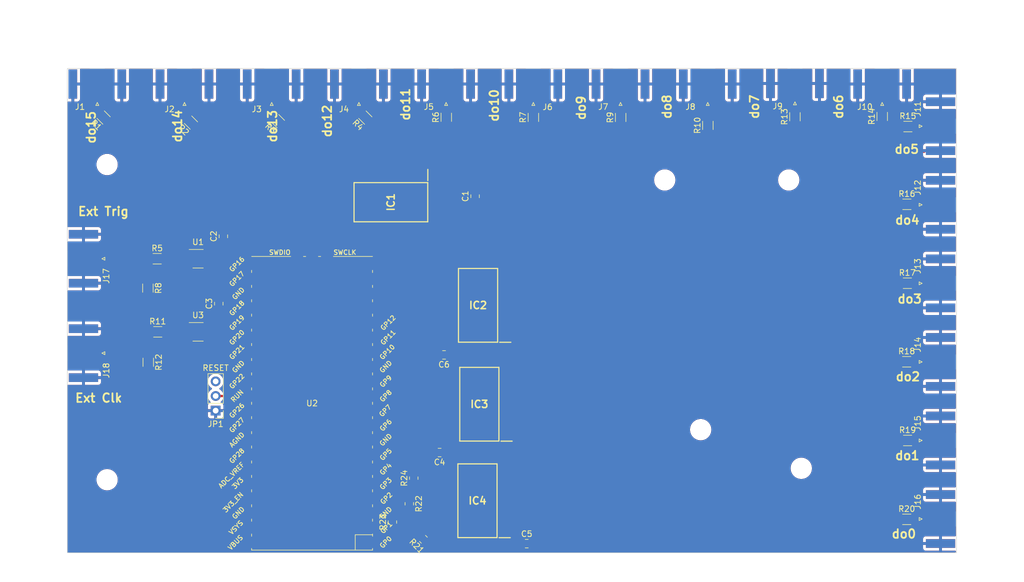
<source format=kicad_pcb>
(kicad_pcb (version 20221018) (generator pcbnew)
  (layers (0 "F.Cu" signal) (31 "B.Cu" signal) (34 "B.Paste" user) (35 "F.Paste" user) (36 "B.SilkS" user "B.Silkscreen") (37 "F.SilkS" user "F.Silkscreen") (38 "B.Mask" user) (39 "F.Mask" user) (44 "Edge.Cuts" user))
  (net 0 "")
  (net 1 "3_3V_Pico")
  (net 2 "GND")
  (net 3 "Net-(IC1-A0)")
  (net 4 "Net-(IC3-A0)")
  (net 5 "Net-(IC1-A2)")
  (net 6 "Net-(IC3-A2)")
  (net 7 "Net-(IC1-A4)")
  (net 8 "Net-(IC3-A4)")
  (net 9 "Net-(IC1-A6)")
  (net 10 "Net-(IC3-A6)")
  (net 11 "Net-(IC3-B6)")
  (net 12 "Net-(IC1-B6)")
  (net 13 "Net-(IC3-B4)")
  (net 14 "Net-(IC1-B4)")
  (net 15 "Net-(IC3-B2)")
  (net 16 "Net-(IC1-B2)")
  (net 17 "Net-(IC3-B0)")
  (net 18 "Net-(IC1-B0)")
  (net 19 "Net-(IC2-A0)")
  (net 20 "Net-(IC4-A0)")
  (net 21 "Net-(IC2-A2)")
  (net 22 "Net-(IC4-A2)")
  (net 23 "Net-(IC2-A4)")
  (net 24 "Net-(IC4-A4)")
  (net 25 "Net-(IC2-A6)")
  (net 26 "Net-(IC4-A6)")
  (net 27 "Net-(IC4-B6)")
  (net 28 "Net-(IC2-B6)")
  (net 29 "Net-(IC4-B4)")
  (net 30 "Net-(IC2-B4)")
  (net 31 "Net-(IC4-B2)")
  (net 32 "Net-(IC2-B2)")
  (net 33 "Net-(IC4-B0)")
  (net 34 "Net-(IC2-B0)")
  (net 35 "do7")
  (net 36 "do0")
  (net 37 "do15")
  (net 38 "do8")
  (net 39 "do14")
  (net 40 "do6")
  (net 41 "do9")
  (net 42 "do1")
  (net 43 "do13")
  (net 44 "do5")
  (net 45 "do10")
  (net 46 "do2")
  (net 47 "do12")
  (net 48 "do4")
  (net 49 "do3")
  (net 50 "Net-(R5-Pad2)")
  (net 51 "Net-(R11-Pad2)")
  (net 53 "Net-(U2-GPIO16)")
  (net 57 "Net-(U2-GPIO20)")
  (net 71 "Net-(JP1-C)")
  (net 72 "do11")
  (net 73 "Net-(J17-In)")
  (net 74 "Net-(J18-In)")
  (footprint "Resistor_SMD:R_1206_3216Metric_Pad1.30x1.75mm_HandSolder" (layer "F.Cu") (at 209.4 62.53 90)
    (fp_text reference "R14")
    (fp_text value "49.9")
  )
  (footprint "Resistor_SMD:R_1206_3216Metric_Pad1.30x1.75mm_HandSolder" (layer "F.Cu") (at 81.944 105.215 -90)
    (fp_text reference "R12")
    (fp_text value "47k")
  )
  (footprint "Resistor_SMD:R_1206_3216Metric_Pad1.30x1.75mm_HandSolder" (layer "F.Cu") (at 213.77 91.49)
    (fp_text reference "R17")
    (fp_text value "49.9")
  )
  (footprint "Resistor_SMD:R_1206_3216Metric_Pad1.30x1.75mm_HandSolder" (layer "F.Cu") (at 213.86 64.28)
    (fp_text reference "R15")
    (fp_text value "49.9")
  )
  (footprint "Connector_Coaxial:SMA_Amphenol_132289_EdgeMount" (layer "F.Cu") (at 209.394448 56.9 90)
    (fp_text reference "J10")
    (fp_text value "do6")
  )
  (footprint "Connector_Coaxial:SMA_Amphenol_132289_EdgeMount" (layer "F.Cu") (at 179.105556 56.9 90)
    (fp_text reference "J8")
    (fp_text value "do8")
  )
  (footprint "Resistor_SMD:R_1206_3216Metric_Pad1.30x1.75mm_HandSolder" (layer "F.Cu") (at 179.13 64.08 90)
    (fp_text reference "R10")
    (fp_text value "49.9")
  )
  (footprint "Connector_Coaxial:SMA_Amphenol_132289_EdgeMount" (layer "F.Cu") (at 219.531948 77.866071)
    (fp_text reference "J12")
    (fp_text value "do4")
  )
  (footprint "Connector_Coaxial:SMA_Amphenol_132289_EdgeMount" (layer "F.Cu") (at 73.094448 56.9 90)
    (fp_text reference "J1")
    (fp_text value "do15")
  )
  (footprint "Connector_Coaxial:SMA_Amphenol_132289_EdgeMount" (layer "F.Cu") (at 70.694448 103.6375 180)
    (fp_text reference "J18")
    (fp_text value "Ext. Clk.")
  )
  (footprint "MCU_RaspberryPi_and_Boards:RPi_Pico_SMD" (layer "F.Cu") (at 110.394448 112.3375 180)
    (fp_text reference "U2")
    (fp_text value "Pico")
  )
  (footprint "Resistor_SMD:R_1206_3216Metric_Pad1.30x1.75mm_HandSolder" (layer "F.Cu") (at 133.7 62.67 90)
    (fp_text reference "R6")
    (fp_text value "49.9")
  )
  (footprint "MountingHole:MountingHole_3.2mm_M3" (layer "F.Cu") (at 74.8 125.61)
    (fp_text reference "REF**" hide)
    (fp_text value "MountingHole_3.2mm_M3" hide)
  )
  (footprint "Capacitor_SMD:C_0805_2012Metric_Pad1.18x1.45mm_HandSolder" (layer "F.Cu") (at 138.7 76.38 90)
    (fp_text reference "C1")
    (fp_text value "100n")
  )
  (footprint "Resistor_SMD:R_1206_3216Metric_Pad1.30x1.75mm_HandSolder" (layer "F.Cu") (at 148.83 62.69 90)
    (fp_text reference "R7")
    (fp_text value "49.9")
  )
  (footprint "Resistor_SMD:R_1206_3216Metric_Pad1.30x1.75mm_HandSolder" (layer "F.Cu") (at 104.46 63.34 135)
    (fp_text reference "R3")
    (fp_text value "49.9")
  )
  (footprint "Resistor_SMD:R_0805_2012Metric_Pad1.20x1.40mm_HandSolder" (layer "F.Cu") (at 127.28 129.79 -90)
    (fp_text reference "R22")
    (fp_text value "10k")
  )
  (footprint "Resistor_SMD:R_1206_3216Metric_Pad1.30x1.75mm_HandSolder" (layer "F.Cu") (at 74.19 62.72 135)
    (fp_text reference "R1")
    (fp_text value "49.9")
  )
  (footprint "Capacitor_SMD:C_0805_2012Metric_Pad1.18x1.45mm_HandSolder" (layer "F.Cu") (at 94.994448 83.3375 90)
    (fp_text reference "C2")
    (fp_text value "100n")
  )
  (footprint "Connector_PinHeader_2.54mm:PinHeader_1x03_P2.54mm_Vertical" (layer "F.Cu") (at 93.6498 113.6142 180)
    (fp_text reference "JP1")
    (fp_text value "RESET")
  )
  (footprint "Resistor_SMD:R_1206_3216Metric_Pad1.30x1.75mm_HandSolder" (layer "F.Cu") (at 213.65 105.13)
    (fp_text reference "R18")
    (fp_text value "49.9")
  )
  (footprint "Resistor_SMD:R_1206_3216Metric_Pad1.30x1.75mm_HandSolder" (layer "F.Cu") (at 83.494448 87.2375)
    (fp_text reference "R5")
    (fp_text value "470")
  )
  (footprint "Resistor_SMD:R_1206_3216Metric_Pad1.30x1.75mm_HandSolder" (layer "F.Cu") (at 213.66 132.5)
    (fp_text reference "R20")
    (fp_text value "49.9")
  )
  (footprint "Capacitor_SMD:C_0805_2012Metric_Pad1.18x1.45mm_HandSolder" (layer "F.Cu") (at 132.54 120.89 180)
    (fp_text reference "C4")
    (fp_text value "100n")
  )
  (footprint "Resistor_SMD:R_1206_3216Metric_Pad1.30x1.75mm_HandSolder" (layer "F.Cu") (at 163.98 62.7 90)
    (fp_text reference "R9")
    (fp_text value "49.9")
  )
  (footprint "Resistor_SMD:R_1206_3216Metric_Pad1.30x1.75mm_HandSolder" (layer "F.Cu") (at 83.594448 99.9375)
    (fp_text reference "R11")
    (fp_text value "470")
  )
  (footprint "Connector_Coaxial:SMA_Amphenol_132289_EdgeMount" (layer "F.Cu") (at 70.694448 87.2375 180)
    (fp_text reference "J17")
    (fp_text value "Ext. Trig.")
  )
  (footprint "Capacitor_SMD:C_0805_2012Metric_Pad1.18x1.45mm_HandSolder" (layer "F.Cu") (at 94.194448 95.0375 90)
    (fp_text reference "C3")
    (fp_text value "100n")
  )
  (footprint "MountingHole:MountingHole_3.2mm_M3" (layer "F.Cu") (at 195.35 123.63)
    (fp_text reference "REF**" hide)
    (fp_text value "MountingHole_3.2mm_M3" hide)
  )
  (footprint "MountingHole:MountingHole_3.2mm_M3" (layer "F.Cu") (at 74.8 70.88)
    (fp_text reference "REF**" hide)
    (fp_text value "MountingHole_3.2mm_M3" hide)
  )
  (footprint "Resistor_SMD:R_1206_3216Metric_Pad1.30x1.75mm_HandSolder" (layer "F.Cu") (at 213.81 118.8)
    (fp_text reference "R19")
    (fp_text value "49.9")
  )
  (footprint "MountingHole:MountingHole_3.2mm_M3" (layer "F.Cu") (at 193.17 73.56)
    (fp_text reference "REF**" hide)
    (fp_text value "MountingHole_3.2mm_M3" hide)
  )
  (footprint "ICs:SOIC127P1032X265-20N" (layer "F.Cu") (at 124.08 77.42 -90)
    (fp_text reference "IC1")
    (fp_text value "74LVT245D,118" hide)
  )
  (footprint "Connector_Coaxial:SMA_Amphenol_132289_EdgeMount" (layer "F.Cu") (at 194.25 56.8 90)
    (fp_text reference "J9")
    (fp_text value "do7")
  )
  (footprint "Package_TO_SOT_SMD:SOT-23-5_HandSoldering" (layer "F.Cu") (at 90.594448 87.2375)
    (fp_text reference "U1")
    (fp_text value "74LVC1G17")
  )
  (footprint "Connector_Coaxial:SMA_Amphenol_132289_EdgeMount" (layer "F.Cu") (at 219.531948 105.151785)
    (fp_text reference "J14")
    (fp_text value "do2")
  )
  (footprint "MountingHole:MountingHole_3.2mm_M3" (layer "F.Cu") (at 171.64 73.56)
    (fp_text reference "REF**" hide)
    (fp_text value "MountingHole_3.2mm_M3" hide)
  )
  (footprint "Connector_Coaxial:SMA_Amphenol_132289_EdgeMount" (layer "F.Cu") (at 118.52778 56.9 90)
    (fp_text reference "J4")
    (fp_text value "do12")
  )
  (footprint "Connector_Coaxial:SMA_Amphenol_132289_EdgeMount" (layer "F.Cu") (at 88.238892 56.9 90)
    (fp_text reference "J2")
    (fp_text value "do14")
  )
  (footprint "Resistor_SMD:R_0805_2012Metric_Pad1.20x1.40mm_HandSolder" (layer "F.Cu") (at 128.05 125.34 90)
    (fp_text reference "R24")
    (fp_text value "10k")
  )
  (footprint "MountingHole:MountingHole_3.2mm_M3" (layer "F.Cu") (at 177.88 116.92)
    (fp_text reference "REF**" hide)
    (fp_text value "MountingHole_3.2mm_M3" hide)
  )
  (footprint "ICs:SOIC127P1032X265-20N" (layer "F.Cu") (at 139.2174 95.3262 180)
    (fp_text reference "IC2")
    (fp_text value "74LVT245D,118" hide)
  )
  (footprint "ICs:SOIC127P1032X265-20N" (layer "F.Cu") (at 139.44 112.5 180)
    (fp_text reference "IC3")
    (fp_text value "74LVT245D,118" hide)
  )
  (footprint "ICs:SOIC127P1032X265-20N" (layer "F.Cu") (at 139.1158 129.2606 180)
    (fp_text reference "IC4")
    (fp_text value "74LVT245D,118" hide)
  )
  (footprint "Connector_Coaxial:SMA_Amphenol_132289_EdgeMount" (layer "F.Cu") (at 219.531948 132.4375)
    (fp_text reference "J16")
    (fp_text value "do0")
  )
  (footprint "Resistor_SMD:R_1206_3216Metric_Pad1.30x1.75mm_HandSolder" (layer "F.Cu") (at 81.887 92.338 -90)
    (fp_text reference "R8")
    (fp_text value "47k")
  )
  (footprint "Connector_Coaxial:SMA_Amphenol_132289_EdgeMount" (layer "F.Cu") (at 103.383336 56.9 90)
    (fp_text reference "J3")
    (fp_text value "do13")
  )
  (footprint "Connector_Coaxial:SMA_Amphenol_132289_EdgeMount" (layer "F.Cu") (at 133.672224 56.9 90)
    (fp_text reference "J5")
    (fp_text value "do11")
  )
  (footprint "Resistor_SMD:R_1206_3216Metric_Pad1.30x1.75mm_HandSolder" (layer "F.Cu") (at 213.69 77.79)
    (fp_text reference "R16")
    (fp_text value "49.9")
  )
  (footprint "Capacitor_SMD:C_0805_2012Metric_Pad1.18x1.45mm_HandSolder" (layer "F.Cu") (at 133.31 103.94 180)
    (fp_text reference "C6")
    (fp_text value "100n")
  )
  (footprint "Capacitor_SMD:C_0805_2012Metric_Pad1.18x1.45mm_HandSolder" (layer "F.Cu") (at 147.67 136.71)
    (fp_text reference "C5")
    (fp_text value "100n")
  )
  (footprint "Resistor_SMD:R_1206_3216Metric_Pad1.30x1.75mm_HandSolder" (layer "F.Cu") (at 194.25 62.58 90)
    (fp_text reference "R13")
    (fp_text value "49.9")
  )
  (footprint "Resistor_SMD:R_0805_2012Metric_Pad1.20x1.40mm_HandSolder" (layer "F.Cu") (at 129.73 135.96 135)
    (fp_text reference "R21")
    (fp_text value "10k")
  )
  (footprint "Connector_Coaxial:SMA_Amphenol_132289_EdgeMount" (layer "F.Cu") (at 148.816668 56.9 90)
    (fp_text reference "J6")
    (fp_text value "do10")
  )
  (footprint "Connector_Coaxial:SMA_Amphenol_132289_EdgeMount" (layer "F.Cu") (at 219.531948 91.508928)
    (fp_text reference "J13")
    (fp_text value "do3")
  )
  (footprint "Resistor_SMD:R_1206_3216Metric_Pad1.30x1.75mm_HandSolder" (layer "F.Cu") (at 119.64 62.73 135)
    (fp_text reference "R4")
    (fp_text value "49.9")
  )
  (footprint "Package_TO_SOT_SMD:SOT-23-5_HandSoldering" (layer "F.Cu") (at 90.594448 99.9375)
    (fp_text reference "U3")
    (fp_text value "74LVC1G34")
  )
  (footprint "Resistor_SMD:R_0805_2012Metric_Pad1.20x1.40mm_HandSolder" (layer "F.Cu") (at 124.35 132.96 90)
    (fp_text reference "R23")
    (fp_text value "10k")
  )
  (footprint "Connector_Coaxial:SMA_Amphenol_132289_EdgeMount" (layer "F.Cu") (at 219.531948 64.223214)
    (fp_text reference "J11")
    (fp_text value "do5")
  )
  (footprint "Connector_Coaxial:SMA_Amphenol_132289_EdgeMount" (layer "F.Cu") (at 163.961112 56.9 90)
    (fp_text reference "J7")
    (fp_text value "do9")
  )
  (footprint "Connector_Coaxial:SMA_Amphenol_132289_EdgeMount" (layer "F.Cu") (at 219.531948 118.794642)
    (fp_text reference "J15")
    (fp_text value "do1")
  )
  (footprint "Resistor_SMD:R_1206_3216Metric_Pad1.30x1.75mm_HandSolder" (layer "F.Cu") (at 89.36 63.6 135)
    (fp_text reference "R2")
    (fp_text value "49.9")
  )
  (gr_rect (start 67.9 54.2) (end 222.3 138.3) (stroke (width 0.1)) (fill none) (layer "Edge.Cuts"))
  (gr_text "do6" (at 202.7 63.1 90) (layer "F.SilkS") (effects (font (size 1.5 1.5) (thickness 0.3) bold) (justify left bottom)))
  (gr_text "do2" (at 211.6 108.6) (layer "F.SilkS") (effects (font (size 1.5 1.5) (thickness 0.3) bold) (justify left bottom)))
  (gr_text "do12" (at 113.9 66.3 90) (layer "F.SilkS") (effects (font (size 1.5 1.5) (thickness 0.3) bold) (justify left bottom)))
  (gr_text "do5" (at 211.4 69.1) (layer "F.SilkS") (effects (font (size 1.5 1.5) (thickness 0.3) bold) (justify left bottom)))
  (gr_text "do7" (at 188.1 63.1 90) (layer "F.SilkS") (effects (font (size 1.5 1.5) (thickness 0.3) bold) (justify left bottom)))
  (gr_text "do8" (at 172.9 63.1 90) (layer "F.SilkS") (effects (font (size 1.5 1.5) (thickness 0.3) bold) (justify left bottom)))
  (gr_text "do11" (at 127.5 63.4 90) (layer "F.SilkS") (effects (font (size 1.5 1.5) (thickness 0.3) bold) (justify left bottom)))
  (gr_text "do9" (at 158 63.3 90) (layer "F.SilkS") (effects (font (size 1.5 1.5) (thickness 0.3) bold) (justify left bottom)))
  (gr_text "Ext Clk" (at 69.1 112.3) (layer "F.SilkS") (effects (font (size 1.5 1.5) (thickness 0.3) bold) (justify left bottom)))
  (gr_text "Ext Trig" (at 69.6 79.9) (layer "F.SilkS") (effects (font (size 1.5 1.5) (thickness 0.3) bold) (justify left bottom)))
  (gr_text "do1" (at 211.5 122.3) (layer "F.SilkS") (effects (font (size 1.5 1.5) (thickness 0.3) bold) (justify left bottom)))
  (gr_text "do10" (at 142.9 63.6 90) (layer "F.SilkS") (effects (font (size 1.5 1.5) (thickness 0.3) bold) (justify left bottom)))
  (gr_text "do14" (at 87.9 67.2 90) (layer "F.SilkS") (effects (font (size 1.5 1.5) (thickness 0.3) bold) (justify left bottom)))
  (gr_text "do13" (at 104.4 67.2 90) (layer "F.SilkS") (effects (font (size 1.5 1.5) (thickness 0.3) bold) (justify left bottom)))
  (gr_text "do4" (at 211.5 81.4) (layer "F.SilkS") (effects (font (size 1.5 1.5) (thickness 0.3) bold) (justify left bottom)))
  (gr_text "do3" (at 211.9 95.1) (layer "F.SilkS") (effects (font (size 1.5 1.5) (thickness 0.3) bold) (justify left bottom)))
  (gr_text "do15" (at 72.9 67.4 90) (layer "F.SilkS") (effects (font (size 1.5 1.5) (thickness 0.3) bold) (justify left bottom)))
  (gr_text "do0" (at 210.9 135.9) (layer "F.SilkS") (effects (font (size 1.5 1.5) (thickness 0.3) bold) (justify left bottom)))
  (segment (start 90.594448 86.6375) (end 90.944448 86.2875) (width 0.4) (layer "F.Cu") (net 1))
  (segment (start 90.944448 86.2875) (end 91.944448 86.2875) (width 0.4) (layer "F.Cu") (net 1))
  (segment (start 139.16 103.99) (end 139.16 104.01) (width 0.4) (layer "F.Cu") (net 1))
  (segment (start 92.8925 98.9875) (end 94.194448 97.685552) (width 0.4) (layer "F.Cu") (net 1))
  (segment (start 91.944448 98.9875) (end 92.8925 98.9875) (width 0.4) (layer "F.Cu") (net 1))
  (segment (start 137.8944 134.9756) (end 134.3908 134.9756) (width 0.4) (layer "F.Cu") (net 1))
  (segment (start 94.994448 85.575552) (end 94.994448 84.375) (width 0.4) (layer "F.Cu") (net 1))
  (segment (start 139.09 103.94) (end 139.16 104.01) (width 0.4) (layer "F.Cu") (net 1))
  (segment (start 134.715 118.215) (end 134.7624 118.2624) (width 0.4) (layer "F.Cu") (net 1))
  (segment (start 101.504448 126.3075) (end 101.474448 126.3375) (width 0.4) (layer "F.Cu") (net 1))
  (segment (start 90.594448 121.6375) (end 90.594448 99.2375) (width 0.4) (layer "F.Cu") (net 1))
  (segment (start 139.6288 136.71) (end 137.8944 134.9756) (width 0.4) (layer "F.Cu") (net 1))
  (segment (start 139.16 120.91) (end 139.16 133.71) (width 0.4) (layer "F.Cu") (net 1))
  (segment (start 91.944448 86.2875) (end 94.2825 86.2875) (width 0.4) (layer "F.Cu") (net 1))
  (segment (start 95.294448 126.3375) (end 90.594448 121.6375) (width 0.4) (layer "F.Cu") (net 1))
  (segment (start 90.594448 99.2375) (end 90.594448 86.6375) (width 0.4) (layer "F.Cu") (net 1))
  (segment (start 94.2825 86.2875) (end 94.994448 85.575552) (width 0.4) (layer "F.Cu") (net 1))
  (segment (start 139.1076 118.2624) (end 139.16 118.21) (width 0.4) (layer "F.Cu") (net 1))
  (segment (start 139.16 104.01) (end 139.16 118.21) (width 0.4) (layer "F.Cu") (net 1))
  (segment (start 146.6325 136.71) (end 139.6288 136.71) (width 0.4) (layer "F.Cu") (net 1))
  (segment (start 134.7624 118.2624) (end 139.1076 118.2624) (width 0.4) (layer "F.Cu") (net 1))
  (segment (start 94.194448 97.685552) (end 94.194448 96.075) (width 0.4) (layer "F.Cu") (net 1))
  (segment (start 101.474448 126.3375) (end 95.294448 126.3375) (width 0.4) (layer "F.Cu") (net 1))
  (segment (start 139.16 118.21) (end 139.16 120.41) (width 0.4) (layer "F.Cu") (net 1))
  (segment (start 90.844448 98.9875) (end 91.944448 98.9875) (width 0.4) (layer "F.Cu") (net 1))
  (segment (start 90.594448 99.2375) (end 90.844448 98.9875) (width 0.4) (layer "F.Cu") (net 1))
  (segment (start 139.16 120.41) (end 139.16 120.91) (width 0.4) (layer "F.Cu") (net 1))
  (segment (start 133.5775 120.89) (end 133.5875 120.88) (width 0.4) (layer "F.Cu") (net 1))
  (segment (start 134.3475 103.94) (end 139.09 103.94) (width 0.4) (layer "F.Cu") (net 1))
  (segment (start 139.16 133.71) (end 137.8944 134.9756) (width 0.4) (layer "F.Cu") (net 1))
  (segment (start 133.5875 120.88) (end 139.16 120.88) (width 0.4) (layer "F.Cu") (net 1))
  (segment (start 216.65 68.67) (end 216.846786 68.473214) (width 0.4) (layer "F.Cu") (net 2))
  (segment (start 219.531948 68.473214) (end 216.846786 68.473214) (width 0.4) (layer "F.Cu") (net 2))
  (segment (start 128.525 72.695) (end 128.525 71.488984) (width 0.4) (layer "F.Cu") (net 3))
  (segment (start 120.736016 63.826016) (end 127.09 70.18) (width 0.4) (layer "F.Cu") (net 3))
  (segment (start 127.216016 72.656016) (end 127.255 72.695) (width 0.4) (layer "F.Cu") (net 3))
  (segment (start 127.09 70.18) (end 127.216016 70.18) (width 0.4) (layer "F.Cu") (net 3))
  (segment (start 127.216016 70.18) (end 127.216016 72.656016) (width 0.4) (layer "F.Cu") (net 3))
  (segment (start 128.525 71.488984) (end 127.216016 70.18) (width 0.4) (layer "F.Cu") (net 3))
  (segment (start 210.6 77.79) (end 169.66 118.73) (width 0.4) (layer "F.Cu") (net 4))
  (segment (start 145.865 115.675) (end 144.165 115.675) (width 0.4) (layer "F.Cu") (net 4))
  (segment (start 147.58 117.39) (end 145.865 115.675) (width 0.4) (layer "F.Cu") (net 4))
  (segment (start 147.135 116.945) (end 147.58 117.39) (width 0.4) (layer "F.Cu") (net 4))
  (segment (start 169.66 118.73) (end 148.92 118.73) (width 0.4) (layer "F.Cu") (net 4))
  (segment (start 144.165 116.945) (end 147.135 116.945) (width 0.4) (layer "F.Cu") (net 4))
  (segment (start 212.14 77.79) (end 210.6 77.79) (width 0.4) (layer "F.Cu") (net 4))
  (segment (start 148.92 118.73) (end 147.58 117.39) (width 0.4) (layer "F.Cu") (net 4))
  (segment (start 105.556016 64.436016) (end 117.676016 64.436016) (width 0.4) (layer "F.Cu") (net 5))
  (segment (start 123.35 70.11) (end 124.715 71.475) (width 0.4) (layer "F.Cu") (net 5))
  (segment (start 124.715 71.475) (end 124.715 72.695) (width 0.4) (layer "F.Cu") (net 5))
  (segment (start 124.86 70.11) (end 123.35 70.11) (width 0.4) (layer "F.Cu") (net 5))
  (segment (start 117.676016 64.436016) (end 123.35 70.11) (width 0.4) (layer "F.Cu") (net 5))
  (segment (start 125.985 72.695) (end 125.985 71.235) (width 0.4) (layer "F.Cu") (net 5))
  (segment (start 125.985 71.235) (end 124.86 70.11) (width 0.4) (layer "F.Cu") (net 5))
  (segment (start 146.975 114.405) (end 147.23 114.15) (width 0.4) (layer "F.Cu") (net 6))
  (segment (start 161.56 114.15) (end 147.23 114.15) (width 0.4) (layer "F.Cu") (net 6))
  (segment (start 147.23 114.15) (end 146.215 113.135) (width 0.4) (layer "F.Cu") (net 6))
  (segment (start 212.31 64.28) (end 211.43 64.28) (width 0.4) (layer "F.Cu") (net 6))
  (segment (start 146.215 113.135) (end 144.165 113.135) (width 0.4) (layer "F.Cu") (net 6))
  (segment (start 144.165 114.405) (end 146.975 114.405) (width 0.4) (layer "F.Cu") (net 6))
  (segment (start 211.43 64.28) (end 161.56 114.15) (width 0.4) (layer "F.Cu") (net 6))
  (segment (start 121.2 70.61) (end 96.37 70.61) (width 0.4) (layer "F.Cu") (net 7))
  (segment (start 122.5 70.61) (end 121.2 70.61) (width 0.4) (layer "F.Cu") (net 7))
  (segment (start 123.445 72.695) (end 123.445 71.555) (width 0.4) (layer "F.Cu") (net 7))
  (segment (start 121.2 70.61) (end 122.175 71.585) (width 0.4) (layer "F.Cu") (net 7))
  (segment (start 122.175 71.585) (end 122.175 72.695) (width 0.4) (layer "F.Cu") (net 7))
  (segment (start 123.445 71.555) (end 122.5 70.61) (width 0.4) (layer "F.Cu") (net 7))
  (segment (start 96.37 70.61) (end 90.456016 64.696016) (width 0.4) (layer "F.Cu") (net 7))
  (segment (start 145.2974 111.865) (end 146.52 110.6424) (width 0.4) (layer "F.Cu") (net 8))
  (segment (start 144.165 111.865) (end 145.2974 111.865) (width 0.4) (layer "F.Cu") (net 8))
  (segment (start 144.2124 110.6424) (end 144.165 110.595) (width 0.4) (layer "F.Cu") (net 8))
  (segment (start 209.4 64.08) (end 207.99 64.08) (width 0.4) (layer "F.Cu") (net 8))
  (segment (start 207.99 64.08) (end 161.4276 110.6424) (width 0.4) (layer "F.Cu") (net 8))
  (segment (start 161.4276 110.6424) (end 144.2124 110.6424) (width 0.4) (layer "F.Cu") (net 8))
  (segment (start 86.15 74.68) (end 119.025 74.68) (width 0.4) (layer "F.Cu") (net 9))
  (segment (start 120.905 72.695) (end 120.905 74.155) (width 0.4) (layer "F.Cu") (net 9))
  (segment (start 120.905 74.155) (end 120.37 74.69) (width 0.4) (layer "F.Cu") (net 9))
  (segment (start 119.635 74.07) (end 119.635 72.695) (width 0.4) (layer "F.Cu") (net 9))
  (segment (start 119.025 74.68) (end 119.635 74.07) (width 0.4) (layer "F.Cu") (net 9))
  (segment (start 120.36 74.68) (end 119.025 74.68) (width 0.4) (layer "F.Cu") (net 9))
  (segment (start 120.37 74.69) (end 120.36 74.68) (width 0.4) (layer "F.Cu") (net 9))
  (segment (start 75.286016 63.816016) (end 86.15 74.68) (width 0.4) (layer "F.Cu") (net 9))
  (segment (start 75.286016 63.816016) (end 76.136016 63.816016) (width 0.4) (layer "F.Cu") (net 9))
  (segment (start 188.43 76.64) (end 188.43 71.86) (width 0.4) (layer "F.Cu") (net 10))
  (segment (start 147.39 107.6424) (end 147.39 107.64) (width 0.4) (layer "F.Cu") (net 10))
  (segment (start 145.7074 109.325) (end 146.93 108.1024) (width 0.4) (layer "F.Cu") (net 10))
  (segment (start 194.25 66.04) (end 194.25 64.13) (width 0.4) (layer "F.Cu") (net 10))
  (segment (start 188.43 71.86) (end 194.25 66.04) (width 0.4) (layer "F.Cu") (net 10))
  (segment (start 144.165 108.055) (end 144.2124 108.1024) (width 0.4) (layer "F.Cu") (net 10))
  (segment (start 144.2124 108.1024) (end 146.93 108.1024) (width 0.4) (layer "F.Cu") (net 10))
  (segment (start 147.74 107.29) (end 157.78 107.29) (width 0.4) (layer "F.Cu") (net 10))
  (segment (start 144.165 109.325) (end 145.7074 109.325) (width 0.4) (layer "F.Cu") (net 10))
  (segment (start 146.93 108.1024) (end 147.39 107.6424) (width 0.4) (layer "F.Cu") (net 10))
  (segment (start 157.78 107.29) (end 188.43 76.64) (width 0.4) (layer "F.Cu") (net 10))
  (segment (start 147.39 107.64) (end 147.74 107.29) (width 0.4) (layer "F.Cu") (net 10))
  (segment (start 134.715 106.785) (end 133.0574 106.785) (width 0.4) (layer "F.Cu") (net 11))
  (segment (start 134.6676 108.1024) (end 132.2724 108.1024) (width 0.4) (layer "F.Cu") (net 11))
  (segment (start 131.74 108.1024) (end 132.2724 108.1024) (width 0.4) (layer "F.Cu") (net 11))
  (segment (start 130.6176 108.1024) (end 125.1125 113.6075) (width 0.4) (layer "F.Cu") (net 11))
  (segment (start 134.715 108.055) (end 134.6676 108.1024) (width 0.4) (layer "F.Cu") (net 11))
  (segment (start 133.0574 106.785) (end 131.74 108.1024) (width 0.4) (layer "F.Cu") (net 11))
  (segment (start 125.1125 113.6075) (end 119.284448 113.6075) (width 0.4) (layer "F.Cu") (net 11))
  (segment (start 132.2724 108.1024) (end 130.6176 108.1024) (width 0.4) (layer "F.Cu") (net 11))
  (segment (start 119.635 83.52) (end 118.365 84.79) (width 0.4) (layer "F.Cu") (net 12))
  (segment (start 118.365 87.288052) (end 118.365 84.79) (width 0.4) (layer "F.Cu") (net 12))
  (segment (start 119.635 82.145) (end 119.635 83.52) (width 0.4) (layer "F.Cu") (net 12))
  (segment (start 118.365 84.79) (end 118.365 82.145) (width 0.4) (layer "F.Cu") (net 12))
  (segment (start 119.284448 88.2075) (end 118.365 87.288052) (width 0.4) (layer "F.Cu") (net 12))
  (segment (start 130.85 111.09) (end 131.3 110.64) (width 0.4) (layer "F.Cu") (net 13))
  (segment (start 134.715 110.595) (end 131.345 110.595) (width 0.4) (layer "F.Cu") (net 13))
  (segment (start 125.7925 116.1475) (end 130.85 111.09) (width 0.4) (layer "F.Cu") (net 13))
  (segment (start 131.345 110.595) (end 130.85 111.09) (width 0.4) (layer "F.Cu") (net 13))
  (segment (start 119.284448 116.1475) (end 125.7925 116.1475) (width 0.4) (layer "F.Cu") (net 13))
  (segment (start 134.715 109.325) (end 132.615 109.325) (width 0.4) (layer "F.Cu") (net 13))
  (segment (start 132.615 109.325) (end 131.3 110.64) (width 0.4) (layer "F.Cu") (net 13))
  (segment (start 120.905 83.965) (end 122.46 85.52) (width 0.4) (layer "F.Cu") (net 14))
  (segment (start 121.071948 90.72) (end 121.044448 90.7475) (width 0.4) (layer "F.Cu") (net 14))
  (segment (start 120.905 82.145) (end 120.905 83.965) (width 0.4) (layer "F.Cu") (net 14))
  (segment (start 122.77 85.83) (end 122.77 90.72) (width 0.4) (layer "F.Cu") (net 14))
  (segment (start 122.46 85.52) (end 122.77 85.83) (width 0.4) (layer "F.Cu") (net 14))
  (segment (start 122.175 85.235) (end 122.46 85.52) (width 0.4) (layer "F.Cu") (net 14))
  (segment (start 121.044448 90.7475) (end 119.284448 90.7475) (width 0.4) (layer "F.Cu") (net 14))
  (segment (start 122.77 90.72) (end 121.071948 90.72) (width 0.4) (layer "F.Cu") (net 14))
  (segment (start 122.175 82.145) (end 122.175 85.235) (width 0.4) (layer "F.Cu") (net 14))
  (segment (start 134.715 111.865) (end 133.105 111.865) (width 0.4) (layer "F.Cu") (net 15))
  (segment (start 131.49 113.48) (end 123.7425 121.2275) (width 0.4) (layer "F.Cu") (net 15))
  (segment (start 134.715 113.135) (end 131.835 113.135) (width 0.4) (layer "F.Cu") (net 15))
  (segment (start 123.7425 121.2275) (end 119.284448 121.2275) (width 0.4) (layer "F.Cu") (net 15))
  (segment (start 133.105 111.865) (end 131.49 113.48) (width 0.4) (layer "F.Cu") (net 15))
  (segment (start 131.835 113.135) (end 131.49 113.48) (width 0.4) (layer "F.Cu") (net 15))
  (segment (start 121.044448 95.8275) (end 121.046948 95.83) (width 0.4) (layer "F.Cu") (net 16))
  (segment (start 121.046948 95.83) (end 122.46 95.83) (width 0.4) (layer "F.Cu") (net 16))
  (segment (start 123.445 83.9) (end 124.715 85.17) (width 0.4) (layer "F.Cu") (net 16))
  (segment (start 119.284448 95.8275) (end 121.044448 95.8275) (width 0.4) (layer "F.Cu") (net 16))
  (segment (start 124.715 93.575) (end 124.715 85.17) (width 0.4) (layer "F.Cu") (net 16))
  (segment (start 123.445 82.145) (end 123.445 83.9) (width 0.4) (layer "F.Cu") (net 16))
  (segment (start 122.46 95.83) (end 124.715 93.575) (width 0.4) (layer "F.Cu") (net 16))
  (segment (start 124.715 85.17) (end 124.715 82.145) (width 0.4) (layer "F.Cu") (net 16))
  (segment (start 134.715 114.405) (end 133.495 114.405) (width 0.4) (layer "F.Cu") (net 17))
  (segment (start 133.495 114.405) (end 132.1776 115.7224) (width 0.4) (layer "F.Cu") (net 17))
  (segment (start 132.1776 115.7224) (end 124.1325 123.7675) (width 0.4) (layer "F.Cu") (net 17))
  (segment (start 124.1325 123.7675) (end 119.284448 123.7675) (width 0.4) (layer "F.Cu") (net 17))
  (segment (start 134.6676 115.7224) (end 132.1776 115.7224) (width 0.4) (layer "F.Cu") (net 17))
  (segment (start 134.715 115.675) (end 134.6676 115.7224) (width 0.4) (layer "F.Cu") (net 17))
  (segment (start 127.25 85.135) (end 127.255 85.13) (width 0.4) (layer "F.Cu") (net 18))
  (segment (start 125.985 82.145) (end 125.985 83.86) (width 0.4) (layer "F.Cu") (net 18))
  (segment (start 125.985 83.86) (end 127.255 85.13) (width 0.4) (layer "F.Cu") (net 18))
  (segment (start 127.255 85.14) (end 127.25 85.135) (width 0.4) (layer "F.Cu") (net 18))
  (segment (start 127.255 85.13) (end 127.255 82.145) (width 0.4) (layer "F.Cu") (net 18))
  (segment (start 122.2825 98.3675) (end 127.255 93.4) (width 0.4) (layer "F.Cu") (net 18))
  (segment (start 127.255 93.4) (end 127.255 85.14) (width 0.4) (layer "F.Cu") (net 18))
  (segment (start 119.284448 98.3675) (end 122.2825 98.3675) (width 0.4) (layer "F.Cu") (net 18))
  (segment (start 179.13 65.63) (end 179.13 77.67) (width 0.4) (layer "F.Cu") (net 19))
  (segment (start 143.947584 99.766016) (end 143.9424 99.7712) (width 0.4) (layer "F.Cu") (net 19))
  (segment (start 146.2856 132.4356) (end 147.62 133.77) (width 0.4) (layer "F.Cu") (net 20))
  (segment (start 149.87 133.77) (end 147.62 133.77) (width 0.4) (layer "F.Cu") (net 20))
  (segment (start 212.11 132.5) (end 209.85 134.76) (width 0.4) (layer "F.Cu") (net 20))
  (segment (start 143.8408 132.4356) (end 146.2856 132.4356) (width 0.4) (layer "F.Cu") (net 20))
  (segment (start 143.9052 133.77) (end 143.8408 133.7056) (width 0.4) (layer "F.Cu") (net 20))
  (segment (start 209.85 134.76) (end 150.86 134.76) (width 0.4) (layer "F.Cu") (net 20))
  (segment (start 147.62 133.77) (end 143.9052 133.77) (width 0.4) (layer "F.Cu") (net 20))
  (segment (start 150.86 134.76) (end 149.87 133.77) (width 0.4) (layer "F.Cu") (net 20))
  (segment (start 163.98 64.25) (end 163.97 64.26) (width 0.4) (layer "F.Cu") (net 21))
  (segment (start 146.8 130.74) (end 146.55 130.49) (width 0.4) (layer "F.Cu") (net 22))
  (segment (start 211.82 118.8) (end 199.88 130.74) (width 0.4) (layer "F.Cu") (net 22))
  (segment (start 145.9556 129.8956) (end 146.55 130.49) (width 0.4) (layer "F.Cu") (net 22))
  (segment (start 143.8408 129.8956) (end 145.9556 129.8956) (width 0.4) (layer "F.Cu") (net 22))
  (segment (start 146.55 130.49) (end 145.8744 131.1656) (width 0.4) (layer "F.Cu") (net 22))
  (segment (start 145.8744 131.1656) (end 143.8408 131.1656) (width 0.4) (layer "F.Cu") (net 22))
  (segment (start 199.88 130.74) (end 146.8 130.74) (width 0.4) (layer "F.Cu") (net 22))
  (segment (start 212.26 118.8) (end 211.82 118.8) (width 0.4) (layer "F.Cu") (net 22))
  (segment (start 205.15 105.13) (end 183.46 126.82) (width 0.4) (layer "F.Cu") (net 24))
  (segment (start 147.96 127.84) (end 146.45 127.84) (width 0.4) (layer "F.Cu") (net 24))
  (segment (start 183.46 126.82) (end 148.98 126.82) (width 0.4) (layer "F.Cu") (net 24))
  (segment (start 143.8408 127.3556) (end 145.7856 127.3556) (width 0.4) (layer "F.Cu") (net 24))
  (segment (start 145.6644 128.6256) (end 143.8408 128.6256) (width 0.4) (layer "F.Cu") (net 24))
  (segment (start 212.1 105.13) (end 205.15 105.13) (width 0.4) (layer "F.Cu") (net 24))
  (segment (start 146.36 127.93) (end 145.6644 128.6256) (width 0.4) (layer "F.Cu") (net 24))
  (segment (start 148.98 126.82) (end 147.96 127.84) (width 0.4) (layer "F.Cu") (net 24))
  (segment (start 146.45 127.84) (end 146.36 127.93) (width 0.4) (layer "F.Cu") (net 24))
  (segment (start 145.7856 127.3556) (end 146.36 127.93) (width 0.4) (layer "F.Cu") (net 24))
  (segment (start 146.94 78.38) (end 133.7 65.14) (width 0.4) (layer "F.Cu") (net 25))
  (segment (start 133.7 65.14) (end 133.7 64.22) (width 0.4) (layer "F.Cu") (net 25))
  (segment (start 146.77 124.87) (end 143.8952 124.87) (width 0.4) (layer "F.Cu") (net 26))
  (segment (start 180.71 123) (end 148.55 123) (width 0.4) (layer "F.Cu") (net 26))
  (segment (start 143.8952 124.87) (end 143.8408 124.8156) (width 0.4) (layer "F.Cu") (net 26))
  (segment (start 212.22 91.49) (end 180.71 123) (width 0.4) (layer "F.Cu") (net 26))
  (segment (start 145.5544 126.0856) (end 146.77 124.87) (width 0.4) (layer "F.Cu") (net 26))
  (segment (start 143.8408 126.0856) (end 145.5544 126.0856) (width 0.4) (layer "F.Cu") (net 26))
  (segment (start 148.55 123) (end 146.77 124.78) (width 0.4) (layer "F.Cu") (net 26))
  (segment (start 146.77 124.78) (end 146.77 124.87) (width 0.4) (layer "F.Cu") (net 26))
  (segment (start 130.4925 126.3075) (end 119.284448 126.3075) (width 0.4) (layer "F.Cu") (net 27))
  (segment (start 131.9844 124.8156) (end 130.4925 126.3075) (width 0.4) (layer "F.Cu") (net 27))
  (segment (start 133.2544 123.5456) (end 131.9844 124.8156) (width 0.4) (layer "F.Cu") (net 27))
  (segment (start 134.3908 124.8156) (end 131.9844 124.8156) (width 0.4) (layer "F.Cu") (net 27))
  (segment (start 134.3908 123.5456) (end 133.2544 123.5456) (width 0.4) (layer "F.Cu") (net 27))
  (segment (start 121.9125 100.9075) (end 119.284448 100.9075) (width 0.4) (layer "F.Cu") (net 28))
  (segment (start 134.4924 90.8812) (end 131.9388 90.8812) (width 0.4) (layer "F.Cu") (net 28))
  (segment (start 134.4924 89.6112) (end 133.2088 89.6112) (width 0.4) (layer "F.Cu") (net 28))
  (segment (start 133.2088 89.6112) (end 121.9125 100.9075) (width 0.4) (layer "F.Cu") (net 28))
  (segment (start 131.6144 127.3556) (end 134.3908 127.3556) (width 0.4) (layer "F.Cu") (net 29))
  (segment (start 130.1225 128.8475) (end 131.6144 127.3556) (width 0.4) (layer "F.Cu") (net 29))
  (segment (start 132.8844 126.0856) (end 131.6144 127.3556) (width 0.4) (layer "F.Cu") (net 29))
  (segment (start 119.284448 128.8475) (end 130.1225 128.8475) (width 0.4) (layer "F.Cu") (net 29))
  (segment (start 134.3908 126.0856) (end 132.8844 126.0856) (width 0.4) (layer "F.Cu") (net 29))
  (segment (start 131.45 93.82) (end 133.1188 92.1512) (width 0.4) (layer "F.Cu") (net 30))
  (segment (start 134.4924 93.4212) (end 131.8488 93.4212) (width 0.4) (layer "F.Cu") (net 30))
  (segment (start 133.1188 92.1512) (end 134.4924 92.1512) (width 0.4) (layer "F.Cu") (net 30))
  (segment (start 121.8225 103.4475) (end 131.45 93.82) (width 0.4) (layer "F.Cu") (net 30))
  (segment (start 131.8488 93.4212) (end 131.45 93.82) (width 0.4) (layer "F.Cu") (net 30))
  (segment (start 119.284448 103.4475) (end 121.8225 103.4475) (width 0.4) (layer "F.Cu") (net 30))
  (segment (start 131.4944 129.8956) (end 127.4625 133.9275) (width 0.4) (layer "F.Cu") (net 31))
  (segment (start 134.3908 128.6256) (end 132.7644 128.6256) (width 0.4) (layer "F.Cu") (net 31))
  (segment (start 127.4625 133.9275) (end 119.284448 133.9275) (width 0.4) (layer "F.Cu") (net 31))
  (segment (start 134.3908 129.8956) (end 131.4944 129.8956) (width 0.4) (layer "F.Cu") (net 31))
  (segment (start 132.7644 128.6256) (end 131.4944 129.8956) (width 0.4) (layer "F.Cu") (net 31))
  (segment (start 123.0025 108.5275) (end 119.284448 108.5275) (width 0.4) (layer "F.Cu") (net 32))
  (segment (start 131.6688 95.9612) (end 131.115 96.515) (width 0.4) (layer "F.Cu") (net 32))
  (segment (start 128.13 103.4) (end 123.0025 108.5275) (width 0.4) (layer "F.Cu") (net 32))
  (segment (start 128.13 99.5) (end 128.13 103.4) (width 0.4) (layer "F.Cu") (net 32))
  (segment (start 132.9388 94.6912) (end 131.115 96.515) (width 0.4) (layer "F.Cu") (net 32))
  (segment (start 131.115 96.515) (end 128.13 99.5) (width 0.4) (layer "F.Cu") (net 32))
  (segment (start 134.4924 94.6912) (end 132.9388 94.6912) (width 0.4) (layer "F.Cu") (net 32))
  (segment (start 134.4924 95.9612) (end 131.6688 95.9612) (width 0.4) (layer "F.Cu") (net 32))
  (segment (start 131.7644 132.4356) (end 133.0344 131.1656) (width 0.4) (layer "F.Cu") (net 33))
  (segment (start 127.7325 136.4675) (end 119.284448 136.4675) (width 0.4) (layer "F.Cu") (net 33))
  (segment (start 131.7644 132.4356) (end 127.7325 136.4675) (width 0.4) (layer "F.Cu") (net 33))
  (segment (start 133.0344 131.1656) (end 134.3908 131.1656) (width 0.4) (layer "F.Cu") (net 33))
  (segment (start 134.3908 132.4356) (end 131.7644 132.4356) (width 0.4) (layer "F.Cu") (net 33))
  (segment (start 134.4924 97.2312) (end 132.9288 97.2312) (width 0.4) (layer "F.Cu") (net 34))
  (segment (start 123.7025 111.0675) (end 130.31 104.46) (width 0.4) (layer "F.Cu") (net 34))
  (segment (start 132.9288 97.2312) (end 131.6588 98.5012) (width 0.4) (layer "F.Cu") (net 34))
  (segment (start 119.284448 111.0675) (end 123.7025 111.0675) (width 0.4) (layer "F.Cu") (net 34))
  (segment (start 130.31 99.85) (end 131.6588 98.5012) (width 0.4) (layer "F.Cu") (net 34))
  (segment (start 131.6588 98.5012) (end 134.4924 98.5012) (width 0.4) (layer "F.Cu") (net 34))
  (segment (start 130.31 104.46) (end 130.31 99.85) (width 0.4) (layer "F.Cu") (net 34))
  (segment (start 194.25 61.03) (end 194.25 56.8) (width 0.93) (layer "F.Cu") (net 35))
  (segment (start 215.2725 132.4375) (end 219.531948 132.4375) (width 0.93) (layer "F.Cu") (net 36))
  (segment (start 215.21 132.5) (end 215.2725 132.4375) (width 0.93) (layer "F.Cu") (net 36))
  (segment (start 73.093984 56.900464) (end 73.094448 56.9) (width 0.93) (layer "F.Cu") (net 37))
  (segment (start 73.093984 61.623984) (end 73.093984 56.900464) (width 0.93) (layer "F.Cu") (net 37))
  (segment (start 179.105556 56.9) (end 179.105556 62.505556) (width 0.93) (layer "F.Cu") (net 38))
  (segment (start 88.238892 60.028892) (end 88.263984 60.053984) (width 0.93) (layer "F.Cu") (net 39))
  (segment (start 88.263984 60.053984) (end 88.263984 62.503984) (width 0.93) (layer "F.Cu") (net 39))
  (segment (start 88.238892 56.9) (end 88.238892 60.028892) (width 0.93) (layer "F.Cu") (net 39))
  (segment (start 163.961112 61.131112) (end 163.98 61.15) (width 0.93) (layer "F.Cu") (net 41))
  (segment (start 163.961112 56.9) (end 163.961112 61.131112) (width 0.93) (layer "F.Cu") (net 41))
  (segment (start 215.365358 118.794642) (end 215.36 118.8) (width 0.93) (layer "F.Cu") (net 42))
  (segment (start 219.531948 118.794642) (end 215.365358 118.794642) (width 0.93) (layer "F.Cu") (net 42))
  (segment (start 103.383336 59.973336) (end 103.363984 59.992688) (width 0.93) (layer "F.Cu") (net 43))
  (segment (start 103.383336 56.9) (end 103.383336 59.973336) (width 0.93) (layer "F.Cu") (net 43))
  (segment (start 103.363984 59.992688) (end 103.363984 62.243984) (width 0.93) (layer "F.Cu") (net 43))
  (segment (start 219.531948 64.223214) (end 215.466786 64.223214) (width 0.93) (layer "F.Cu") (net 44))
  (segment (start 215.466786 64.223214) (end 215.41 64.28) (width 0.93) (layer "F.Cu") (net 44))
  (segment (start 148.816668 61.126668) (end 148.83 61.14) (width 0.93) (layer "F.Cu") (net 45))
  (segment (start 148.816668 56.9) (end 148.816668 61.126668) (width 0.93) (layer "F.Cu") (net 45))
  (segment (start 219.531948 105.151785) (end 215.221785 105.151785) (width 0.93) (layer "F.Cu") (net 46))
  (segment (start 118.52778 59.89778) (end 118.543984 59.913984) (width 0.93) (layer "F.Cu") (net 47))
  (segment (start 118.52778 56.9) (end 118.52778 59.89778) (width 0.93) (layer "F.Cu") (net 47))
  (segment (start 118.543984 59.913984) (end 118.543984 61.633984) (width 0.93) (layer "F.Cu") (net 47))
  (segment (start 215.24 77.79) (end 215.316071 77.866071) (width 0.93) (layer "F.Cu") (net 48))
  (segment (start 215.316071 77.866071) (end 219.531948 77.866071) (width 0.93) (layer "F.Cu") (net 48))
  (segment (start 215.32 91.49) (end 215.338928 91.508928) (width 0.93) (layer "F.Cu") (net 49))
  (segment (start 215.338928 91.508928) (end 219.531948 91.508928) (width 0.93) (layer "F.Cu") (net 49))
  (segment (start 89.244448 87.2375) (end 85.044448 87.2375) (width 0.4) (layer "F.Cu") (net 50))
  (segment (start 89.244448 99.9375) (end 85.144448 99.9375) (width 0.4) (layer "F.Cu") (net 51))
  (segment (start 101.484448 88.1875) (end 91.944448 88.1875) (width 0.4) (layer "F.Cu") (net 53))
  (segment (start 101.504448 88.2075) (end 101.484448 88.1875) (width 0.4) (layer "F.Cu") (net 53))
  (segment (start 101.504448 100.9075) (end 101.484448 100.8875) (width 0.4) (layer "F.Cu") (net 57))
  (segment (start 101.484448 100.8875) (end 91.944448 100.8875) (width 0.4) (layer "F.Cu") (net 57))
  (segment (start 101.504448 111.0675) (end 101.497748 111.0742) (width 0.4) (layer "F.Cu") (net 71))
  (segment (start 101.497748 111.0742) (end 93.6498 111.0742) (width 0.4) (layer "F.Cu") (net 71))
  (segment (start 133.672224 61.092224) (end 133.672224 56.9) (width 0.93) (layer "F.Cu") (net 72))
  (segment (start 133.7 61.12) (end 133.672224 61.092224) (width 0.93) (layer "F.Cu") (net 72))
  (segment (start 81.944448 87.2375) (end 70.694448 87.2375) (width 0.4) (layer "F.Cu") (net 73))
  (segment (start 81.887 90.788) (end 81.887 87.294948) (width 0.4) (layer "F.Cu") (net 73))
  (segment (start 81.887 87.294948) (end 81.944448 87.2375) (width 0.4) (layer "F.Cu") (net 73))
  (segment (start 82.044448 103.564552) (end 81.944 103.665) (width 0.4) (layer "F.Cu") (net 74))
  (segment (start 82.044448 99.9375) (end 82.044448 103.564552) (width 0.4) (layer "F.Cu") (net 74))
  (segment (start 70.694448 103.6375) (end 77.13 103.6375) (width 0.4) (layer "F.Cu") (net 74))
  (segment (start 82.044448 99.9375) (end 80.83 99.9375) (width 0.4) (layer "F.Cu") (net 74))
  (segment (start 80.83 99.9375) (end 77.13 103.6375) (width 0.4) (layer "F.Cu") (net 74))
  (zone (net 0) (net_name "") (layer "F.Cu") (connect_pads (clearance 0)) (min_thickness 0.25)
    (keepout (tracks not_allowed) (vias not_allowed) (pads not_allowed) (copperpour not_allowed) (footprints allowed))
    (fill (thermal_gap 0.5) (thermal_bridge_width 0.5))
    (polygon (pts (xy 106.094448 123.5375) (xy 106.094448 137.6375) (xy 114.494448 137.6375) (xy 114.494448 123.5375)))
  )
  (zone (net 2) (net_name "GND") (layers "F&B.Cu") (connect_pads (clearance 0.5)) (min_thickness 0.25) (fill yes (thermal_gap 0.5) (thermal_bridge_width 0.5))
    (polygon (pts (xy 67.794512 54.236532) (xy 67.794512 138.336532) (xy 222.194512 138.236532) (xy 222.194512 54.236532)))
  )
)
</source>
